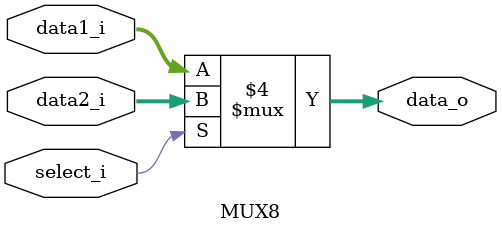
<source format=v>
module MUX8
(
    data1_i,
    data2_i,
    select_i,
    data_o
);

input      [7:0]   data1_i;
input      [7:0]   data2_i;
input              select_i;
output reg [7:0]   data_o;

always @(*) begin
	if(select_i == 0)
		data_o = data1_i;
	else
		data_o = data2_i;
end

endmodule

</source>
